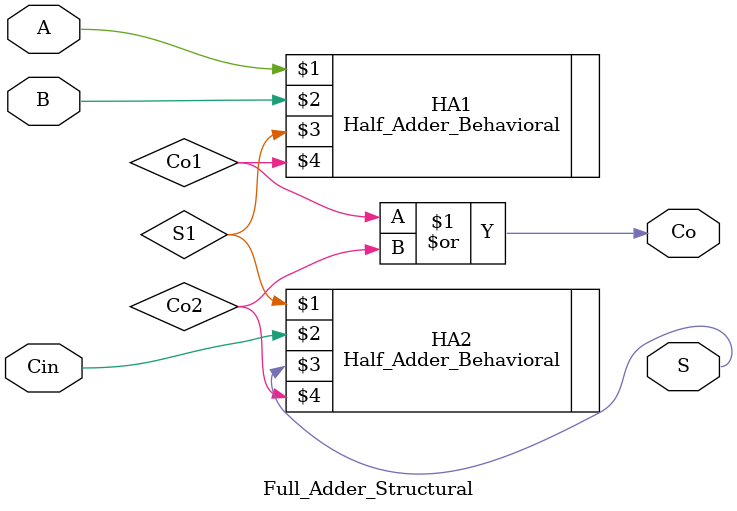
<source format=sv>
`timescale 1ns / 1ps


module Full_Adder_Structural(input logic A,B,Cin,
                                output logic S,Co);
    logic S1,Co1,Co2;
    
    Half_Adder_Behavioral HA1(A,B,S1,Co1);
    Half_Adder_Behavioral HA2(S1,Cin,S,Co2);
    or (Co, Co1, Co2);
endmodule

</source>
